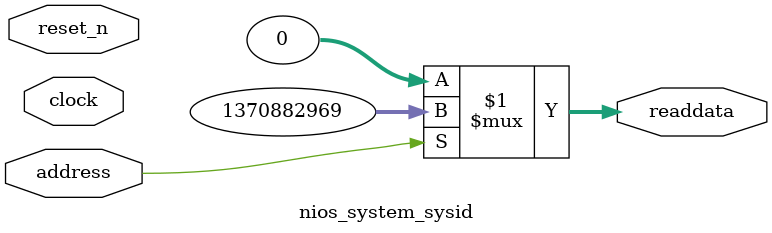
<source format=v>

`timescale 1ns / 1ps
// synthesis translate_on

// turn off superfluous verilog processor warnings 
// altera message_level Level1 
// altera message_off 10034 10035 10036 10037 10230 10240 10030 

module nios_system_sysid (
               // inputs:
                address,
                clock,
                reset_n,

               // outputs:
                readdata
             )
;

  output  [ 31: 0] readdata;
  input            address;
  input            clock;
  input            reset_n;

  wire    [ 31: 0] readdata;
  //control_slave, which is an e_avalon_slave
  assign readdata = address ? 1370882969 : 0;

endmodule




</source>
